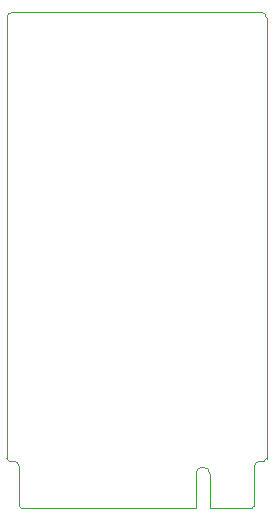
<source format=gbr>
%TF.GenerationSoftware,KiCad,Pcbnew,7.0.5-0*%
%TF.CreationDate,2023-07-31T19:13:05-04:00*%
%TF.ProjectId,mula,6d756c61-2e6b-4696-9361-645f70636258,rev?*%
%TF.SameCoordinates,Original*%
%TF.FileFunction,Profile,NP*%
%FSLAX46Y46*%
G04 Gerber Fmt 4.6, Leading zero omitted, Abs format (unit mm)*
G04 Created by KiCad (PCBNEW 7.0.5-0) date 2023-07-31 19:13:05*
%MOMM*%
%LPD*%
G01*
G04 APERTURE LIST*
%TA.AperFunction,Profile*%
%ADD10C,0.050000*%
%TD*%
G04 APERTURE END LIST*
D10*
%TO.C,J102*%
X128987500Y-72405000D02*
X128987500Y-109705000D01*
X129187500Y-109905000D02*
X129537500Y-109905000D01*
X130037500Y-110405000D02*
X130037500Y-113705000D01*
X130237500Y-113905000D02*
X144987500Y-113905000D01*
X144987500Y-111005000D02*
X144987500Y-113905000D01*
X146187500Y-111005000D02*
X146187500Y-113905000D01*
X146187500Y-113905000D02*
X149737500Y-113905000D01*
X149937500Y-113705000D02*
X149937500Y-110405000D01*
X150437500Y-109905000D02*
X150787500Y-109905000D01*
X150487500Y-71905000D02*
X129487500Y-71905000D01*
X150987500Y-109705000D02*
X150987500Y-72405000D01*
X129487500Y-71905000D02*
G75*
G03*
X128987500Y-72405000I1J-500001D01*
G01*
X128987500Y-109705000D02*
G75*
G03*
X129187500Y-109905000I200001J1D01*
G01*
X130037500Y-110405000D02*
G75*
G03*
X129537500Y-109905000I-500001J-1D01*
G01*
X130037500Y-113705000D02*
G75*
G03*
X130237500Y-113905000I200001J1D01*
G01*
X145587500Y-110405000D02*
G75*
G03*
X144987500Y-111005000I0J-600000D01*
G01*
X146187500Y-111005000D02*
G75*
G03*
X145587500Y-110405000I-600000J0D01*
G01*
X150437500Y-109905000D02*
G75*
G03*
X149937500Y-110405000I0J-500000D01*
G01*
X149737500Y-113905000D02*
G75*
G03*
X149937500Y-113705000I0J200000D01*
G01*
X150987500Y-72405000D02*
G75*
G03*
X150487500Y-71905000I-500000J0D01*
G01*
X150787500Y-109905000D02*
G75*
G03*
X150987500Y-109705000I0J200000D01*
G01*
%TD*%
M02*

</source>
